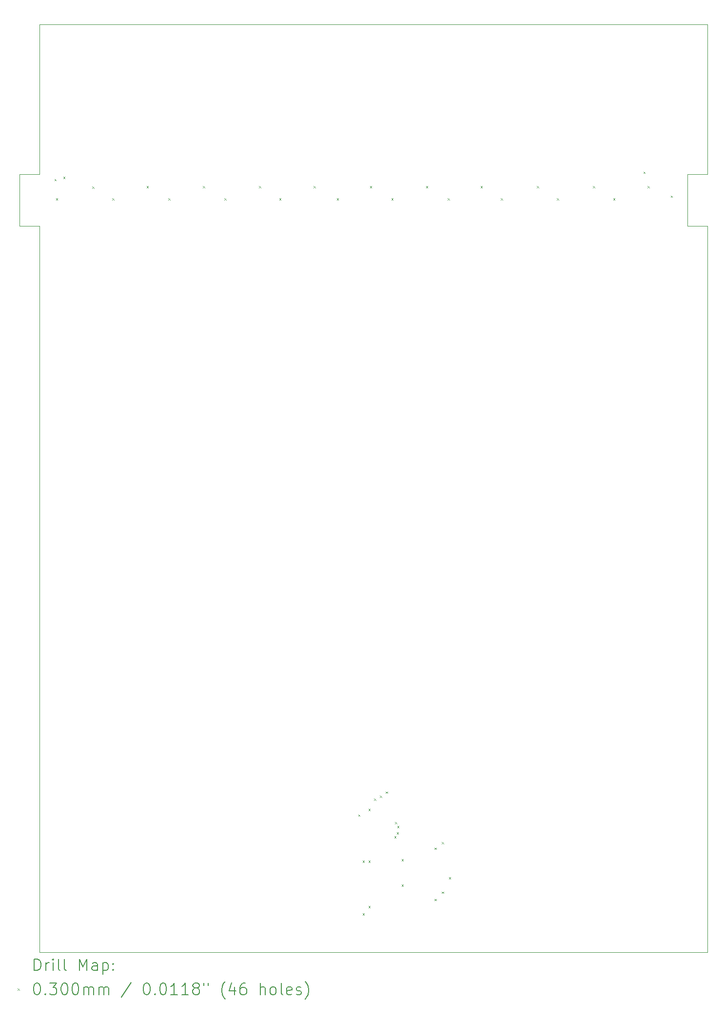
<source format=gbr>
%TF.GenerationSoftware,KiCad,Pcbnew,8.0.8*%
%TF.CreationDate,2025-01-22T20:08:17-06:00*%
%TF.ProjectId,touch-pads,746f7563-682d-4706-9164-732e6b696361,rev?*%
%TF.SameCoordinates,Original*%
%TF.FileFunction,Drillmap*%
%TF.FilePolarity,Positive*%
%FSLAX45Y45*%
G04 Gerber Fmt 4.5, Leading zero omitted, Abs format (unit mm)*
G04 Created by KiCad (PCBNEW 8.0.8) date 2025-01-22 20:08:17*
%MOMM*%
%LPD*%
G01*
G04 APERTURE LIST*
%ADD10C,0.050000*%
%ADD11C,0.200000*%
%ADD12C,0.100000*%
G04 APERTURE END LIST*
D10*
X32125000Y-10075000D02*
X32125000Y-12675000D01*
X20525000Y-10075000D02*
X20525000Y-12675000D01*
X20175000Y-12675000D02*
X20175000Y-13575000D01*
X32125000Y-13575000D02*
X31775000Y-13575000D01*
X32125000Y-13575000D02*
X32125000Y-26175000D01*
X20525000Y-13575000D02*
X20525000Y-26175000D01*
X32125000Y-26175000D02*
X20525000Y-26175000D01*
X20525000Y-13575000D02*
X20175000Y-13575000D01*
X20525000Y-10075000D02*
X32125000Y-10075000D01*
X31775000Y-12675000D02*
X31775000Y-13575000D01*
X20175000Y-12675000D02*
X20525000Y-12675000D01*
X31775000Y-12675000D02*
X32125000Y-12675000D01*
D11*
D12*
X20785000Y-12760000D02*
X20815000Y-12790000D01*
X20815000Y-12760000D02*
X20785000Y-12790000D01*
X20810000Y-13092500D02*
X20840000Y-13122500D01*
X20840000Y-13092500D02*
X20810000Y-13122500D01*
X20935000Y-12719853D02*
X20965000Y-12749853D01*
X20965000Y-12719853D02*
X20935000Y-12749853D01*
X21439927Y-12889926D02*
X21469927Y-12919926D01*
X21469927Y-12889926D02*
X21439927Y-12919926D01*
X21785000Y-13092500D02*
X21815000Y-13122500D01*
X21815000Y-13092500D02*
X21785000Y-13122500D01*
X22385000Y-12885000D02*
X22415000Y-12915000D01*
X22415000Y-12885000D02*
X22385000Y-12915000D01*
X22760000Y-13092500D02*
X22790000Y-13122500D01*
X22790000Y-13092500D02*
X22760000Y-13122500D01*
X23360000Y-12885000D02*
X23390000Y-12915000D01*
X23390000Y-12885000D02*
X23360000Y-12915000D01*
X23735000Y-13092500D02*
X23765000Y-13122500D01*
X23765000Y-13092500D02*
X23735000Y-13122500D01*
X24335000Y-12885000D02*
X24365000Y-12915000D01*
X24365000Y-12885000D02*
X24335000Y-12915000D01*
X24685000Y-13092500D02*
X24715000Y-13122500D01*
X24715000Y-13092500D02*
X24685000Y-13122500D01*
X25285000Y-12885000D02*
X25315000Y-12915000D01*
X25315000Y-12885000D02*
X25285000Y-12915000D01*
X25685000Y-13092500D02*
X25715000Y-13122500D01*
X25715000Y-13092500D02*
X25685000Y-13122500D01*
X26060000Y-23785000D02*
X26090000Y-23815000D01*
X26090000Y-23785000D02*
X26060000Y-23815000D01*
X26135000Y-24585000D02*
X26165000Y-24615000D01*
X26165000Y-24585000D02*
X26135000Y-24615000D01*
X26135000Y-25497500D02*
X26165000Y-25527500D01*
X26165000Y-25497500D02*
X26135000Y-25527500D01*
X26235000Y-23685000D02*
X26265000Y-23715000D01*
X26265000Y-23685000D02*
X26235000Y-23715000D01*
X26235000Y-24585000D02*
X26265000Y-24615000D01*
X26265000Y-24585000D02*
X26235000Y-24615000D01*
X26235000Y-25372500D02*
X26265000Y-25402500D01*
X26265000Y-25372500D02*
X26235000Y-25402500D01*
X26260000Y-12885000D02*
X26290000Y-12915000D01*
X26290000Y-12885000D02*
X26260000Y-12915000D01*
X26335000Y-23510000D02*
X26365000Y-23540000D01*
X26365000Y-23510000D02*
X26335000Y-23540000D01*
X26435000Y-23460000D02*
X26465000Y-23490000D01*
X26465000Y-23460000D02*
X26435000Y-23490000D01*
X26535000Y-23385000D02*
X26565000Y-23415000D01*
X26565000Y-23385000D02*
X26535000Y-23415000D01*
X26635000Y-13092500D02*
X26665000Y-13122500D01*
X26665000Y-13092500D02*
X26635000Y-13122500D01*
X26685000Y-24160000D02*
X26715000Y-24190000D01*
X26715000Y-24160000D02*
X26685000Y-24190000D01*
X26699223Y-23913446D02*
X26729223Y-23943446D01*
X26729223Y-23913446D02*
X26699223Y-23943446D01*
X26728750Y-24091250D02*
X26758750Y-24121250D01*
X26758750Y-24091250D02*
X26728750Y-24121250D01*
X26735000Y-23985000D02*
X26765000Y-24015000D01*
X26765000Y-23985000D02*
X26735000Y-24015000D01*
X26810000Y-24560000D02*
X26840000Y-24590000D01*
X26840000Y-24560000D02*
X26810000Y-24590000D01*
X26810000Y-24997500D02*
X26840000Y-25027500D01*
X26840000Y-24997500D02*
X26810000Y-25027500D01*
X27235000Y-12885000D02*
X27265000Y-12915000D01*
X27265000Y-12885000D02*
X27235000Y-12915000D01*
X27385000Y-24360000D02*
X27415000Y-24390000D01*
X27415000Y-24360000D02*
X27385000Y-24390000D01*
X27385000Y-25247500D02*
X27415000Y-25277500D01*
X27415000Y-25247500D02*
X27385000Y-25277500D01*
X27510000Y-24260000D02*
X27540000Y-24290000D01*
X27540000Y-24260000D02*
X27510000Y-24290000D01*
X27510000Y-25122500D02*
X27540000Y-25152500D01*
X27540000Y-25122500D02*
X27510000Y-25152500D01*
X27610000Y-13092500D02*
X27640000Y-13122500D01*
X27640000Y-13092500D02*
X27610000Y-13122500D01*
X27635000Y-24872500D02*
X27665000Y-24902500D01*
X27665000Y-24872500D02*
X27635000Y-24902500D01*
X28185000Y-12885000D02*
X28215000Y-12915000D01*
X28215000Y-12885000D02*
X28185000Y-12915000D01*
X28535000Y-13092500D02*
X28565000Y-13122500D01*
X28565000Y-13092500D02*
X28535000Y-13122500D01*
X29160000Y-12885000D02*
X29190000Y-12915000D01*
X29190000Y-12885000D02*
X29160000Y-12915000D01*
X29510000Y-13092500D02*
X29540000Y-13122500D01*
X29540000Y-13092500D02*
X29510000Y-13122500D01*
X30135000Y-12885000D02*
X30165000Y-12915000D01*
X30165000Y-12885000D02*
X30135000Y-12915000D01*
X30485000Y-13092500D02*
X30515000Y-13122500D01*
X30515000Y-13092500D02*
X30485000Y-13122500D01*
X31010000Y-12635000D02*
X31040000Y-12665000D01*
X31040000Y-12635000D02*
X31010000Y-12665000D01*
X31085000Y-12885000D02*
X31115000Y-12915000D01*
X31115000Y-12885000D02*
X31085000Y-12915000D01*
X31485000Y-13050000D02*
X31515000Y-13080000D01*
X31515000Y-13050000D02*
X31485000Y-13080000D01*
D11*
X20433277Y-26488984D02*
X20433277Y-26288984D01*
X20433277Y-26288984D02*
X20480896Y-26288984D01*
X20480896Y-26288984D02*
X20509467Y-26298508D01*
X20509467Y-26298508D02*
X20528515Y-26317555D01*
X20528515Y-26317555D02*
X20538039Y-26336603D01*
X20538039Y-26336603D02*
X20547563Y-26374698D01*
X20547563Y-26374698D02*
X20547563Y-26403269D01*
X20547563Y-26403269D02*
X20538039Y-26441365D01*
X20538039Y-26441365D02*
X20528515Y-26460412D01*
X20528515Y-26460412D02*
X20509467Y-26479460D01*
X20509467Y-26479460D02*
X20480896Y-26488984D01*
X20480896Y-26488984D02*
X20433277Y-26488984D01*
X20633277Y-26488984D02*
X20633277Y-26355650D01*
X20633277Y-26393746D02*
X20642801Y-26374698D01*
X20642801Y-26374698D02*
X20652324Y-26365174D01*
X20652324Y-26365174D02*
X20671372Y-26355650D01*
X20671372Y-26355650D02*
X20690420Y-26355650D01*
X20757086Y-26488984D02*
X20757086Y-26355650D01*
X20757086Y-26288984D02*
X20747563Y-26298508D01*
X20747563Y-26298508D02*
X20757086Y-26308031D01*
X20757086Y-26308031D02*
X20766610Y-26298508D01*
X20766610Y-26298508D02*
X20757086Y-26288984D01*
X20757086Y-26288984D02*
X20757086Y-26308031D01*
X20880896Y-26488984D02*
X20861848Y-26479460D01*
X20861848Y-26479460D02*
X20852324Y-26460412D01*
X20852324Y-26460412D02*
X20852324Y-26288984D01*
X20985658Y-26488984D02*
X20966610Y-26479460D01*
X20966610Y-26479460D02*
X20957086Y-26460412D01*
X20957086Y-26460412D02*
X20957086Y-26288984D01*
X21214229Y-26488984D02*
X21214229Y-26288984D01*
X21214229Y-26288984D02*
X21280896Y-26431841D01*
X21280896Y-26431841D02*
X21347563Y-26288984D01*
X21347563Y-26288984D02*
X21347563Y-26488984D01*
X21528515Y-26488984D02*
X21528515Y-26384222D01*
X21528515Y-26384222D02*
X21518991Y-26365174D01*
X21518991Y-26365174D02*
X21499944Y-26355650D01*
X21499944Y-26355650D02*
X21461848Y-26355650D01*
X21461848Y-26355650D02*
X21442801Y-26365174D01*
X21528515Y-26479460D02*
X21509467Y-26488984D01*
X21509467Y-26488984D02*
X21461848Y-26488984D01*
X21461848Y-26488984D02*
X21442801Y-26479460D01*
X21442801Y-26479460D02*
X21433277Y-26460412D01*
X21433277Y-26460412D02*
X21433277Y-26441365D01*
X21433277Y-26441365D02*
X21442801Y-26422317D01*
X21442801Y-26422317D02*
X21461848Y-26412793D01*
X21461848Y-26412793D02*
X21509467Y-26412793D01*
X21509467Y-26412793D02*
X21528515Y-26403269D01*
X21623753Y-26355650D02*
X21623753Y-26555650D01*
X21623753Y-26365174D02*
X21642801Y-26355650D01*
X21642801Y-26355650D02*
X21680896Y-26355650D01*
X21680896Y-26355650D02*
X21699944Y-26365174D01*
X21699944Y-26365174D02*
X21709467Y-26374698D01*
X21709467Y-26374698D02*
X21718991Y-26393746D01*
X21718991Y-26393746D02*
X21718991Y-26450888D01*
X21718991Y-26450888D02*
X21709467Y-26469936D01*
X21709467Y-26469936D02*
X21699944Y-26479460D01*
X21699944Y-26479460D02*
X21680896Y-26488984D01*
X21680896Y-26488984D02*
X21642801Y-26488984D01*
X21642801Y-26488984D02*
X21623753Y-26479460D01*
X21804705Y-26469936D02*
X21814229Y-26479460D01*
X21814229Y-26479460D02*
X21804705Y-26488984D01*
X21804705Y-26488984D02*
X21795182Y-26479460D01*
X21795182Y-26479460D02*
X21804705Y-26469936D01*
X21804705Y-26469936D02*
X21804705Y-26488984D01*
X21804705Y-26365174D02*
X21814229Y-26374698D01*
X21814229Y-26374698D02*
X21804705Y-26384222D01*
X21804705Y-26384222D02*
X21795182Y-26374698D01*
X21795182Y-26374698D02*
X21804705Y-26365174D01*
X21804705Y-26365174D02*
X21804705Y-26384222D01*
D12*
X20142500Y-26802500D02*
X20172500Y-26832500D01*
X20172500Y-26802500D02*
X20142500Y-26832500D01*
D11*
X20471372Y-26708984D02*
X20490420Y-26708984D01*
X20490420Y-26708984D02*
X20509467Y-26718508D01*
X20509467Y-26718508D02*
X20518991Y-26728031D01*
X20518991Y-26728031D02*
X20528515Y-26747079D01*
X20528515Y-26747079D02*
X20538039Y-26785174D01*
X20538039Y-26785174D02*
X20538039Y-26832793D01*
X20538039Y-26832793D02*
X20528515Y-26870888D01*
X20528515Y-26870888D02*
X20518991Y-26889936D01*
X20518991Y-26889936D02*
X20509467Y-26899460D01*
X20509467Y-26899460D02*
X20490420Y-26908984D01*
X20490420Y-26908984D02*
X20471372Y-26908984D01*
X20471372Y-26908984D02*
X20452324Y-26899460D01*
X20452324Y-26899460D02*
X20442801Y-26889936D01*
X20442801Y-26889936D02*
X20433277Y-26870888D01*
X20433277Y-26870888D02*
X20423753Y-26832793D01*
X20423753Y-26832793D02*
X20423753Y-26785174D01*
X20423753Y-26785174D02*
X20433277Y-26747079D01*
X20433277Y-26747079D02*
X20442801Y-26728031D01*
X20442801Y-26728031D02*
X20452324Y-26718508D01*
X20452324Y-26718508D02*
X20471372Y-26708984D01*
X20623753Y-26889936D02*
X20633277Y-26899460D01*
X20633277Y-26899460D02*
X20623753Y-26908984D01*
X20623753Y-26908984D02*
X20614229Y-26899460D01*
X20614229Y-26899460D02*
X20623753Y-26889936D01*
X20623753Y-26889936D02*
X20623753Y-26908984D01*
X20699944Y-26708984D02*
X20823753Y-26708984D01*
X20823753Y-26708984D02*
X20757086Y-26785174D01*
X20757086Y-26785174D02*
X20785658Y-26785174D01*
X20785658Y-26785174D02*
X20804705Y-26794698D01*
X20804705Y-26794698D02*
X20814229Y-26804222D01*
X20814229Y-26804222D02*
X20823753Y-26823269D01*
X20823753Y-26823269D02*
X20823753Y-26870888D01*
X20823753Y-26870888D02*
X20814229Y-26889936D01*
X20814229Y-26889936D02*
X20804705Y-26899460D01*
X20804705Y-26899460D02*
X20785658Y-26908984D01*
X20785658Y-26908984D02*
X20728515Y-26908984D01*
X20728515Y-26908984D02*
X20709467Y-26899460D01*
X20709467Y-26899460D02*
X20699944Y-26889936D01*
X20947563Y-26708984D02*
X20966610Y-26708984D01*
X20966610Y-26708984D02*
X20985658Y-26718508D01*
X20985658Y-26718508D02*
X20995182Y-26728031D01*
X20995182Y-26728031D02*
X21004705Y-26747079D01*
X21004705Y-26747079D02*
X21014229Y-26785174D01*
X21014229Y-26785174D02*
X21014229Y-26832793D01*
X21014229Y-26832793D02*
X21004705Y-26870888D01*
X21004705Y-26870888D02*
X20995182Y-26889936D01*
X20995182Y-26889936D02*
X20985658Y-26899460D01*
X20985658Y-26899460D02*
X20966610Y-26908984D01*
X20966610Y-26908984D02*
X20947563Y-26908984D01*
X20947563Y-26908984D02*
X20928515Y-26899460D01*
X20928515Y-26899460D02*
X20918991Y-26889936D01*
X20918991Y-26889936D02*
X20909467Y-26870888D01*
X20909467Y-26870888D02*
X20899944Y-26832793D01*
X20899944Y-26832793D02*
X20899944Y-26785174D01*
X20899944Y-26785174D02*
X20909467Y-26747079D01*
X20909467Y-26747079D02*
X20918991Y-26728031D01*
X20918991Y-26728031D02*
X20928515Y-26718508D01*
X20928515Y-26718508D02*
X20947563Y-26708984D01*
X21138039Y-26708984D02*
X21157086Y-26708984D01*
X21157086Y-26708984D02*
X21176134Y-26718508D01*
X21176134Y-26718508D02*
X21185658Y-26728031D01*
X21185658Y-26728031D02*
X21195182Y-26747079D01*
X21195182Y-26747079D02*
X21204705Y-26785174D01*
X21204705Y-26785174D02*
X21204705Y-26832793D01*
X21204705Y-26832793D02*
X21195182Y-26870888D01*
X21195182Y-26870888D02*
X21185658Y-26889936D01*
X21185658Y-26889936D02*
X21176134Y-26899460D01*
X21176134Y-26899460D02*
X21157086Y-26908984D01*
X21157086Y-26908984D02*
X21138039Y-26908984D01*
X21138039Y-26908984D02*
X21118991Y-26899460D01*
X21118991Y-26899460D02*
X21109467Y-26889936D01*
X21109467Y-26889936D02*
X21099944Y-26870888D01*
X21099944Y-26870888D02*
X21090420Y-26832793D01*
X21090420Y-26832793D02*
X21090420Y-26785174D01*
X21090420Y-26785174D02*
X21099944Y-26747079D01*
X21099944Y-26747079D02*
X21109467Y-26728031D01*
X21109467Y-26728031D02*
X21118991Y-26718508D01*
X21118991Y-26718508D02*
X21138039Y-26708984D01*
X21290420Y-26908984D02*
X21290420Y-26775650D01*
X21290420Y-26794698D02*
X21299944Y-26785174D01*
X21299944Y-26785174D02*
X21318991Y-26775650D01*
X21318991Y-26775650D02*
X21347563Y-26775650D01*
X21347563Y-26775650D02*
X21366610Y-26785174D01*
X21366610Y-26785174D02*
X21376134Y-26804222D01*
X21376134Y-26804222D02*
X21376134Y-26908984D01*
X21376134Y-26804222D02*
X21385658Y-26785174D01*
X21385658Y-26785174D02*
X21404705Y-26775650D01*
X21404705Y-26775650D02*
X21433277Y-26775650D01*
X21433277Y-26775650D02*
X21452325Y-26785174D01*
X21452325Y-26785174D02*
X21461848Y-26804222D01*
X21461848Y-26804222D02*
X21461848Y-26908984D01*
X21557086Y-26908984D02*
X21557086Y-26775650D01*
X21557086Y-26794698D02*
X21566610Y-26785174D01*
X21566610Y-26785174D02*
X21585658Y-26775650D01*
X21585658Y-26775650D02*
X21614229Y-26775650D01*
X21614229Y-26775650D02*
X21633277Y-26785174D01*
X21633277Y-26785174D02*
X21642801Y-26804222D01*
X21642801Y-26804222D02*
X21642801Y-26908984D01*
X21642801Y-26804222D02*
X21652325Y-26785174D01*
X21652325Y-26785174D02*
X21671372Y-26775650D01*
X21671372Y-26775650D02*
X21699944Y-26775650D01*
X21699944Y-26775650D02*
X21718991Y-26785174D01*
X21718991Y-26785174D02*
X21728515Y-26804222D01*
X21728515Y-26804222D02*
X21728515Y-26908984D01*
X22118991Y-26699460D02*
X21947563Y-26956603D01*
X22376134Y-26708984D02*
X22395182Y-26708984D01*
X22395182Y-26708984D02*
X22414229Y-26718508D01*
X22414229Y-26718508D02*
X22423753Y-26728031D01*
X22423753Y-26728031D02*
X22433277Y-26747079D01*
X22433277Y-26747079D02*
X22442801Y-26785174D01*
X22442801Y-26785174D02*
X22442801Y-26832793D01*
X22442801Y-26832793D02*
X22433277Y-26870888D01*
X22433277Y-26870888D02*
X22423753Y-26889936D01*
X22423753Y-26889936D02*
X22414229Y-26899460D01*
X22414229Y-26899460D02*
X22395182Y-26908984D01*
X22395182Y-26908984D02*
X22376134Y-26908984D01*
X22376134Y-26908984D02*
X22357087Y-26899460D01*
X22357087Y-26899460D02*
X22347563Y-26889936D01*
X22347563Y-26889936D02*
X22338039Y-26870888D01*
X22338039Y-26870888D02*
X22328515Y-26832793D01*
X22328515Y-26832793D02*
X22328515Y-26785174D01*
X22328515Y-26785174D02*
X22338039Y-26747079D01*
X22338039Y-26747079D02*
X22347563Y-26728031D01*
X22347563Y-26728031D02*
X22357087Y-26718508D01*
X22357087Y-26718508D02*
X22376134Y-26708984D01*
X22528515Y-26889936D02*
X22538039Y-26899460D01*
X22538039Y-26899460D02*
X22528515Y-26908984D01*
X22528515Y-26908984D02*
X22518991Y-26899460D01*
X22518991Y-26899460D02*
X22528515Y-26889936D01*
X22528515Y-26889936D02*
X22528515Y-26908984D01*
X22661848Y-26708984D02*
X22680896Y-26708984D01*
X22680896Y-26708984D02*
X22699944Y-26718508D01*
X22699944Y-26718508D02*
X22709467Y-26728031D01*
X22709467Y-26728031D02*
X22718991Y-26747079D01*
X22718991Y-26747079D02*
X22728515Y-26785174D01*
X22728515Y-26785174D02*
X22728515Y-26832793D01*
X22728515Y-26832793D02*
X22718991Y-26870888D01*
X22718991Y-26870888D02*
X22709467Y-26889936D01*
X22709467Y-26889936D02*
X22699944Y-26899460D01*
X22699944Y-26899460D02*
X22680896Y-26908984D01*
X22680896Y-26908984D02*
X22661848Y-26908984D01*
X22661848Y-26908984D02*
X22642801Y-26899460D01*
X22642801Y-26899460D02*
X22633277Y-26889936D01*
X22633277Y-26889936D02*
X22623753Y-26870888D01*
X22623753Y-26870888D02*
X22614229Y-26832793D01*
X22614229Y-26832793D02*
X22614229Y-26785174D01*
X22614229Y-26785174D02*
X22623753Y-26747079D01*
X22623753Y-26747079D02*
X22633277Y-26728031D01*
X22633277Y-26728031D02*
X22642801Y-26718508D01*
X22642801Y-26718508D02*
X22661848Y-26708984D01*
X22918991Y-26908984D02*
X22804706Y-26908984D01*
X22861848Y-26908984D02*
X22861848Y-26708984D01*
X22861848Y-26708984D02*
X22842801Y-26737555D01*
X22842801Y-26737555D02*
X22823753Y-26756603D01*
X22823753Y-26756603D02*
X22804706Y-26766127D01*
X23109467Y-26908984D02*
X22995182Y-26908984D01*
X23052325Y-26908984D02*
X23052325Y-26708984D01*
X23052325Y-26708984D02*
X23033277Y-26737555D01*
X23033277Y-26737555D02*
X23014229Y-26756603D01*
X23014229Y-26756603D02*
X22995182Y-26766127D01*
X23223753Y-26794698D02*
X23204706Y-26785174D01*
X23204706Y-26785174D02*
X23195182Y-26775650D01*
X23195182Y-26775650D02*
X23185658Y-26756603D01*
X23185658Y-26756603D02*
X23185658Y-26747079D01*
X23185658Y-26747079D02*
X23195182Y-26728031D01*
X23195182Y-26728031D02*
X23204706Y-26718508D01*
X23204706Y-26718508D02*
X23223753Y-26708984D01*
X23223753Y-26708984D02*
X23261848Y-26708984D01*
X23261848Y-26708984D02*
X23280896Y-26718508D01*
X23280896Y-26718508D02*
X23290420Y-26728031D01*
X23290420Y-26728031D02*
X23299944Y-26747079D01*
X23299944Y-26747079D02*
X23299944Y-26756603D01*
X23299944Y-26756603D02*
X23290420Y-26775650D01*
X23290420Y-26775650D02*
X23280896Y-26785174D01*
X23280896Y-26785174D02*
X23261848Y-26794698D01*
X23261848Y-26794698D02*
X23223753Y-26794698D01*
X23223753Y-26794698D02*
X23204706Y-26804222D01*
X23204706Y-26804222D02*
X23195182Y-26813746D01*
X23195182Y-26813746D02*
X23185658Y-26832793D01*
X23185658Y-26832793D02*
X23185658Y-26870888D01*
X23185658Y-26870888D02*
X23195182Y-26889936D01*
X23195182Y-26889936D02*
X23204706Y-26899460D01*
X23204706Y-26899460D02*
X23223753Y-26908984D01*
X23223753Y-26908984D02*
X23261848Y-26908984D01*
X23261848Y-26908984D02*
X23280896Y-26899460D01*
X23280896Y-26899460D02*
X23290420Y-26889936D01*
X23290420Y-26889936D02*
X23299944Y-26870888D01*
X23299944Y-26870888D02*
X23299944Y-26832793D01*
X23299944Y-26832793D02*
X23290420Y-26813746D01*
X23290420Y-26813746D02*
X23280896Y-26804222D01*
X23280896Y-26804222D02*
X23261848Y-26794698D01*
X23376134Y-26708984D02*
X23376134Y-26747079D01*
X23452325Y-26708984D02*
X23452325Y-26747079D01*
X23747563Y-26985174D02*
X23738039Y-26975650D01*
X23738039Y-26975650D02*
X23718991Y-26947079D01*
X23718991Y-26947079D02*
X23709468Y-26928031D01*
X23709468Y-26928031D02*
X23699944Y-26899460D01*
X23699944Y-26899460D02*
X23690420Y-26851841D01*
X23690420Y-26851841D02*
X23690420Y-26813746D01*
X23690420Y-26813746D02*
X23699944Y-26766127D01*
X23699944Y-26766127D02*
X23709468Y-26737555D01*
X23709468Y-26737555D02*
X23718991Y-26718508D01*
X23718991Y-26718508D02*
X23738039Y-26689936D01*
X23738039Y-26689936D02*
X23747563Y-26680412D01*
X23909468Y-26775650D02*
X23909468Y-26908984D01*
X23861848Y-26699460D02*
X23814229Y-26842317D01*
X23814229Y-26842317D02*
X23938039Y-26842317D01*
X24099944Y-26708984D02*
X24061848Y-26708984D01*
X24061848Y-26708984D02*
X24042801Y-26718508D01*
X24042801Y-26718508D02*
X24033277Y-26728031D01*
X24033277Y-26728031D02*
X24014229Y-26756603D01*
X24014229Y-26756603D02*
X24004706Y-26794698D01*
X24004706Y-26794698D02*
X24004706Y-26870888D01*
X24004706Y-26870888D02*
X24014229Y-26889936D01*
X24014229Y-26889936D02*
X24023753Y-26899460D01*
X24023753Y-26899460D02*
X24042801Y-26908984D01*
X24042801Y-26908984D02*
X24080896Y-26908984D01*
X24080896Y-26908984D02*
X24099944Y-26899460D01*
X24099944Y-26899460D02*
X24109468Y-26889936D01*
X24109468Y-26889936D02*
X24118991Y-26870888D01*
X24118991Y-26870888D02*
X24118991Y-26823269D01*
X24118991Y-26823269D02*
X24109468Y-26804222D01*
X24109468Y-26804222D02*
X24099944Y-26794698D01*
X24099944Y-26794698D02*
X24080896Y-26785174D01*
X24080896Y-26785174D02*
X24042801Y-26785174D01*
X24042801Y-26785174D02*
X24023753Y-26794698D01*
X24023753Y-26794698D02*
X24014229Y-26804222D01*
X24014229Y-26804222D02*
X24004706Y-26823269D01*
X24357087Y-26908984D02*
X24357087Y-26708984D01*
X24442801Y-26908984D02*
X24442801Y-26804222D01*
X24442801Y-26804222D02*
X24433277Y-26785174D01*
X24433277Y-26785174D02*
X24414230Y-26775650D01*
X24414230Y-26775650D02*
X24385658Y-26775650D01*
X24385658Y-26775650D02*
X24366610Y-26785174D01*
X24366610Y-26785174D02*
X24357087Y-26794698D01*
X24566610Y-26908984D02*
X24547563Y-26899460D01*
X24547563Y-26899460D02*
X24538039Y-26889936D01*
X24538039Y-26889936D02*
X24528515Y-26870888D01*
X24528515Y-26870888D02*
X24528515Y-26813746D01*
X24528515Y-26813746D02*
X24538039Y-26794698D01*
X24538039Y-26794698D02*
X24547563Y-26785174D01*
X24547563Y-26785174D02*
X24566610Y-26775650D01*
X24566610Y-26775650D02*
X24595182Y-26775650D01*
X24595182Y-26775650D02*
X24614230Y-26785174D01*
X24614230Y-26785174D02*
X24623753Y-26794698D01*
X24623753Y-26794698D02*
X24633277Y-26813746D01*
X24633277Y-26813746D02*
X24633277Y-26870888D01*
X24633277Y-26870888D02*
X24623753Y-26889936D01*
X24623753Y-26889936D02*
X24614230Y-26899460D01*
X24614230Y-26899460D02*
X24595182Y-26908984D01*
X24595182Y-26908984D02*
X24566610Y-26908984D01*
X24747563Y-26908984D02*
X24728515Y-26899460D01*
X24728515Y-26899460D02*
X24718991Y-26880412D01*
X24718991Y-26880412D02*
X24718991Y-26708984D01*
X24899944Y-26899460D02*
X24880896Y-26908984D01*
X24880896Y-26908984D02*
X24842801Y-26908984D01*
X24842801Y-26908984D02*
X24823753Y-26899460D01*
X24823753Y-26899460D02*
X24814230Y-26880412D01*
X24814230Y-26880412D02*
X24814230Y-26804222D01*
X24814230Y-26804222D02*
X24823753Y-26785174D01*
X24823753Y-26785174D02*
X24842801Y-26775650D01*
X24842801Y-26775650D02*
X24880896Y-26775650D01*
X24880896Y-26775650D02*
X24899944Y-26785174D01*
X24899944Y-26785174D02*
X24909468Y-26804222D01*
X24909468Y-26804222D02*
X24909468Y-26823269D01*
X24909468Y-26823269D02*
X24814230Y-26842317D01*
X24985658Y-26899460D02*
X25004706Y-26908984D01*
X25004706Y-26908984D02*
X25042801Y-26908984D01*
X25042801Y-26908984D02*
X25061849Y-26899460D01*
X25061849Y-26899460D02*
X25071372Y-26880412D01*
X25071372Y-26880412D02*
X25071372Y-26870888D01*
X25071372Y-26870888D02*
X25061849Y-26851841D01*
X25061849Y-26851841D02*
X25042801Y-26842317D01*
X25042801Y-26842317D02*
X25014230Y-26842317D01*
X25014230Y-26842317D02*
X24995182Y-26832793D01*
X24995182Y-26832793D02*
X24985658Y-26813746D01*
X24985658Y-26813746D02*
X24985658Y-26804222D01*
X24985658Y-26804222D02*
X24995182Y-26785174D01*
X24995182Y-26785174D02*
X25014230Y-26775650D01*
X25014230Y-26775650D02*
X25042801Y-26775650D01*
X25042801Y-26775650D02*
X25061849Y-26785174D01*
X25138039Y-26985174D02*
X25147563Y-26975650D01*
X25147563Y-26975650D02*
X25166611Y-26947079D01*
X25166611Y-26947079D02*
X25176134Y-26928031D01*
X25176134Y-26928031D02*
X25185658Y-26899460D01*
X25185658Y-26899460D02*
X25195182Y-26851841D01*
X25195182Y-26851841D02*
X25195182Y-26813746D01*
X25195182Y-26813746D02*
X25185658Y-26766127D01*
X25185658Y-26766127D02*
X25176134Y-26737555D01*
X25176134Y-26737555D02*
X25166611Y-26718508D01*
X25166611Y-26718508D02*
X25147563Y-26689936D01*
X25147563Y-26689936D02*
X25138039Y-26680412D01*
M02*

</source>
